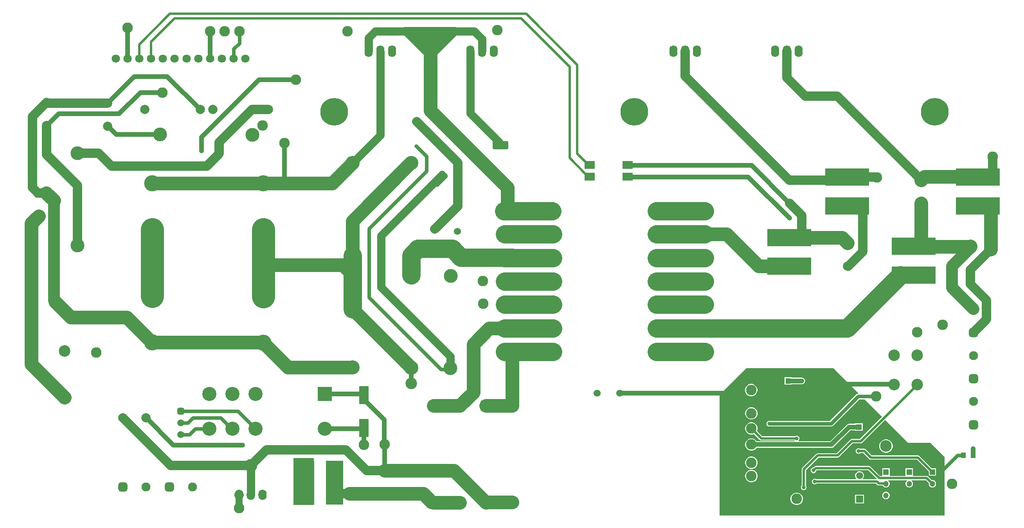
<source format=gbr>
%TF.GenerationSoftware,Altium Limited,Altium Designer,24.3.1 (35)*%
G04 Layer_Physical_Order=1*
G04 Layer_Color=255*
%FSLAX43Y43*%
%MOMM*%
%TF.SameCoordinates,76E1361F-AA3B-45A8-A24B-41510BF92E79*%
%TF.FilePolarity,Positive*%
%TF.FileFunction,Copper,L1,Top,Signal*%
%TF.Part,Single*%
G01*
G75*
%TA.AperFunction,SMDPad,CuDef*%
%ADD10R,1.100X1.200*%
%ADD11R,9.500X3.750*%
%ADD12R,3.750X9.500*%
%ADD13R,2.000X4.000*%
%ADD14R,2.200X1.700*%
%TA.AperFunction,Conductor*%
%ADD15C,4.000*%
%ADD16C,3.000*%
%ADD17C,5.000*%
%ADD18C,0.800*%
%ADD19C,2.000*%
%ADD20C,2.500*%
%ADD21C,1.000*%
%ADD22C,0.500*%
%ADD23C,1.800*%
%ADD24C,1.500*%
%TA.AperFunction,NonConductor*%
%ADD25C,4.000*%
%TA.AperFunction,Conductor*%
%ADD26C,0.400*%
%ADD27R,4.457X10.132*%
%TA.AperFunction,ComponentPad*%
%ADD28C,3.048*%
%ADD29C,2.000*%
%ADD30C,2.500*%
%ADD31R,3.048X3.048*%
%ADD32C,1.524*%
%ADD33C,3.000*%
%ADD34C,2.286*%
%ADD35C,3.500*%
%ADD36O,1.750X2.540*%
%ADD37C,2.200*%
%ADD38R,2.200X2.200*%
%ADD39O,5.000X3.000*%
%ADD40C,6.000*%
%ADD41C,1.950*%
G04:AMPARAMS|DCode=42|XSize=1.95mm|YSize=1.95mm|CornerRadius=0.488mm|HoleSize=0mm|Usage=FLASHONLY|Rotation=0.000|XOffset=0mm|YOffset=0mm|HoleType=Round|Shape=RoundedRectangle|*
%AMROUNDEDRECTD42*
21,1,1.950,0.975,0,0,0.0*
21,1,0.975,1.950,0,0,0.0*
1,1,0.975,0.488,-0.488*
1,1,0.975,-0.488,-0.488*
1,1,0.975,-0.488,0.488*
1,1,0.975,0.488,0.488*
%
%ADD42ROUNDEDRECTD42*%
%ADD43O,6.000X3.500*%
G04:AMPARAMS|DCode=44|XSize=1.95mm|YSize=1.95mm|CornerRadius=0.488mm|HoleSize=0mm|Usage=FLASHONLY|Rotation=90.000|XOffset=0mm|YOffset=0mm|HoleType=Round|Shape=RoundedRectangle|*
%AMROUNDEDRECTD44*
21,1,1.950,0.975,0,0,90.0*
21,1,0.975,1.950,0,0,90.0*
1,1,0.975,0.488,0.488*
1,1,0.975,0.488,-0.488*
1,1,0.975,-0.488,-0.488*
1,1,0.975,-0.488,0.488*
%
%ADD44ROUNDEDRECTD44*%
%ADD45O,1.778X2.286*%
%ADD46C,2.794*%
%ADD47C,1.800*%
%ADD48C,1.500*%
G04:AMPARAMS|DCode=49|XSize=1.5mm|YSize=1.5mm|CornerRadius=0.375mm|HoleSize=0mm|Usage=FLASHONLY|Rotation=90.000|XOffset=0mm|YOffset=0mm|HoleType=Round|Shape=RoundedRectangle|*
%AMROUNDEDRECTD49*
21,1,1.500,0.750,0,0,90.0*
21,1,0.750,1.500,0,0,90.0*
1,1,0.750,0.375,0.375*
1,1,0.750,0.375,-0.375*
1,1,0.750,-0.375,-0.375*
1,1,0.750,-0.375,0.375*
%
%ADD49ROUNDEDRECTD49*%
%ADD50R,1.500X1.500*%
%ADD51R,1.200X1.200*%
%ADD52C,1.200*%
%ADD53C,1.250*%
%ADD54R,1.250X1.250*%
%TA.AperFunction,ViaPad*%
%ADD55C,0.800*%
G36*
X94575Y74150D02*
Y73616D01*
X92459Y71500D01*
X92100Y71500D01*
X91050Y72550D01*
Y73000D01*
X93075Y75025D01*
X93700D01*
X94575Y74150D01*
D02*
G37*
G36*
X96475Y104325D02*
X92036Y99886D01*
X89614D01*
X85150Y104350D01*
Y106133D01*
X96475D01*
Y104325D01*
D02*
G37*
G36*
X107725Y81200D02*
Y79884D01*
X107466Y79625D01*
X104571D01*
X104325Y79822D01*
Y81425D01*
X107500Y81425D01*
X107725Y81200D01*
D02*
G37*
G36*
X183450Y26825D02*
X183389Y26706D01*
X183182Y26665D01*
X182984Y26533D01*
X177263Y20812D01*
X164157D01*
X164098Y20801D01*
X164038D01*
X163982Y20778D01*
X163923Y20766D01*
X163873Y20732D01*
X163818Y20709D01*
X163775Y20667D01*
X163725Y20633D01*
X163691Y20583D01*
X163649Y20541D01*
X163626Y20485D01*
X163592Y20435D01*
X163581Y20376D01*
X163557Y20320D01*
Y20260D01*
X163546Y20201D01*
X163557Y20142D01*
Y20081D01*
X163581Y20026D01*
X163592Y19967D01*
X163626Y19916D01*
X163649Y19861D01*
X163691Y19818D01*
X163725Y19768D01*
X163775Y19735D01*
X163818Y19692D01*
X163873Y19669D01*
X163923Y19635D01*
X163982Y19624D01*
X164038Y19601D01*
X164098D01*
X164157Y19589D01*
X177517D01*
X177751Y19635D01*
X177949Y19768D01*
X183669Y25488D01*
X184787D01*
X188576Y21699D01*
X183760Y16884D01*
X182050D01*
X181874Y16849D01*
X181726Y16749D01*
X178760Y13784D01*
X174648D01*
X174473Y13749D01*
X174324Y13649D01*
X171327Y10652D01*
X171227Y10503D01*
X171192Y10328D01*
Y6802D01*
X171143Y6752D01*
X171051Y6532D01*
Y6293D01*
X171143Y6073D01*
X171311Y5904D01*
X171532Y5813D01*
X171771D01*
X171991Y5904D01*
X172160Y6073D01*
X172251Y6293D01*
Y6532D01*
X172160Y6752D01*
X172110Y6802D01*
Y10138D01*
X174838Y12866D01*
X178950D01*
X179126Y12901D01*
X179274Y13001D01*
X182240Y15966D01*
X183950D01*
X184126Y16001D01*
X184274Y16101D01*
X189224Y21051D01*
X194225Y16050D01*
X199025D01*
X202125Y12950D01*
Y333D01*
X153450Y333D01*
Y26472D01*
X159169Y32200D01*
X178075Y32200D01*
X183450Y26825D01*
D02*
G37*
%LPC*%
G36*
X168987Y30275D02*
X167487D01*
Y28675D01*
X168987D01*
Y28769D01*
X171216D01*
X171399Y28793D01*
X171570Y28864D01*
X171716Y28976D01*
X171828Y29122D01*
X171898Y29292D01*
X171923Y29475D01*
X171898Y29658D01*
X171828Y29828D01*
X171716Y29974D01*
X171570Y30086D01*
X171399Y30157D01*
X171216Y30181D01*
X168987D01*
Y30275D01*
D02*
G37*
G36*
X160427Y28817D02*
X160073D01*
X159732Y28726D01*
X159425Y28549D01*
X159175Y28299D01*
X158999Y27992D01*
X158907Y27651D01*
Y27297D01*
X158999Y26956D01*
X159175Y26649D01*
X159425Y26399D01*
X159732Y26223D01*
X160073Y26131D01*
X160427D01*
X160768Y26223D01*
X161075Y26399D01*
X161325Y26649D01*
X161501Y26956D01*
X161593Y27297D01*
Y27651D01*
X161501Y27992D01*
X161325Y28299D01*
X161075Y28549D01*
X160768Y28726D01*
X160427Y28817D01*
D02*
G37*
G36*
X160484Y23794D02*
X160131D01*
X159789Y23702D01*
X159483Y23525D01*
X159233Y23275D01*
X159056Y22969D01*
X158964Y22627D01*
Y22274D01*
X159056Y21932D01*
X159233Y21626D01*
X159483Y21376D01*
X159789Y21199D01*
X160131Y21108D01*
X160484D01*
X160826Y21199D01*
X161132Y21376D01*
X161382Y21626D01*
X161559Y21932D01*
X161650Y22274D01*
Y22627D01*
X161559Y22969D01*
X161382Y23275D01*
X161132Y23525D01*
X160826Y23702D01*
X160484Y23794D01*
D02*
G37*
G36*
Y20519D02*
X160131D01*
X159789Y20427D01*
X159483Y20250D01*
X159233Y20000D01*
X159056Y19694D01*
X158964Y19353D01*
Y18999D01*
X159056Y18657D01*
X159233Y18351D01*
X159483Y18101D01*
X159789Y17924D01*
X160131Y17833D01*
X160484D01*
X160826Y17924D01*
X160879Y17955D01*
X162134Y16701D01*
X162283Y16601D01*
X162458Y16566D01*
X169671D01*
X169697Y16549D01*
X169716Y16522D01*
X169650Y16395D01*
X161451D01*
X161382Y16513D01*
X161132Y16763D01*
X160826Y16940D01*
X160484Y17031D01*
X160131D01*
X159789Y16940D01*
X159483Y16763D01*
X159233Y16513D01*
X159056Y16207D01*
X158964Y15865D01*
Y15512D01*
X159056Y15170D01*
X159233Y14864D01*
X159483Y14614D01*
X159789Y14437D01*
X160131Y14345D01*
X160484D01*
X160826Y14437D01*
X161132Y14614D01*
X161382Y14864D01*
X161451Y14982D01*
X177663D01*
X177846Y15007D01*
X178017Y15077D01*
X178163Y15189D01*
X181742Y18769D01*
X182750D01*
Y18650D01*
X184400D01*
Y20300D01*
X182750D01*
Y20181D01*
X181450D01*
X181267Y20157D01*
X181097Y20086D01*
X180951Y19974D01*
X177371Y16395D01*
X170503D01*
X170472Y16495D01*
X170470Y16522D01*
X170634Y16685D01*
X170725Y16906D01*
Y17144D01*
X170634Y17365D01*
X170465Y17534D01*
X170244Y17625D01*
X170006D01*
X169785Y17534D01*
X169735Y17484D01*
X162648D01*
X161528Y18604D01*
X161559Y18657D01*
X161650Y18999D01*
Y19353D01*
X161559Y19694D01*
X161382Y20000D01*
X161132Y20250D01*
X160826Y20427D01*
X160484Y20519D01*
D02*
G37*
G36*
X189630Y16800D02*
X189248D01*
X188879Y16701D01*
X188549Y16510D01*
X188279Y16240D01*
X188088Y15910D01*
X187989Y15541D01*
Y15159D01*
X188088Y14790D01*
X188279Y14460D01*
X188549Y14190D01*
X188879Y13999D01*
X189248Y13900D01*
X189630D01*
X189999Y13999D01*
X190329Y14190D01*
X190599Y14460D01*
X190790Y14790D01*
X190889Y15159D01*
Y15541D01*
X190790Y15910D01*
X190599Y16240D01*
X190329Y16510D01*
X189999Y16701D01*
X189630Y16800D01*
D02*
G37*
G36*
X160484Y13092D02*
X160131D01*
X159789Y13001D01*
X159483Y12824D01*
X159233Y12574D01*
X159056Y12268D01*
X158964Y11926D01*
Y11572D01*
X159056Y11231D01*
X159233Y10925D01*
X159483Y10674D01*
X159789Y10498D01*
X160131Y10406D01*
X160484D01*
X160826Y10498D01*
X161132Y10674D01*
X161382Y10925D01*
X161559Y11231D01*
X161650Y11572D01*
Y11926D01*
X161559Y12268D01*
X161382Y12574D01*
X161132Y12824D01*
X160826Y13001D01*
X160484Y13092D01*
D02*
G37*
G36*
X183594Y14900D02*
X183356D01*
X183135Y14809D01*
X182966Y14640D01*
X182875Y14419D01*
Y14181D01*
X182966Y13960D01*
X183135Y13791D01*
X183356Y13700D01*
X183594D01*
X183815Y13791D01*
X183865Y13841D01*
X184535D01*
X185826Y12551D01*
X185974Y12451D01*
X186150Y12416D01*
X196157D01*
X198682Y9891D01*
Y8940D01*
X200282D01*
Y10540D01*
X199331D01*
X196671Y13199D01*
X196522Y13299D01*
X196347Y13334D01*
X186340D01*
X185049Y14624D01*
X184901Y14724D01*
X184725Y14759D01*
X183865D01*
X183815Y14809D01*
X183594Y14900D01*
D02*
G37*
G36*
X185786Y11064D02*
X174262D01*
X174086Y11029D01*
X173937Y10929D01*
X173709Y10701D01*
X173638D01*
X173418Y10609D01*
X173249Y10441D01*
X173157Y10220D01*
Y9981D01*
X173249Y9761D01*
X173418Y9592D01*
X173638Y9501D01*
X173877D01*
X174097Y9592D01*
X174266Y9761D01*
X174357Y9981D01*
Y10052D01*
X174452Y10146D01*
X185596D01*
X187461Y8281D01*
X187440Y8210D01*
X187404Y8159D01*
X184417D01*
X184364Y8286D01*
X184460Y8382D01*
X184585Y8598D01*
X184650Y8840D01*
Y9090D01*
X184585Y9332D01*
X184460Y9548D01*
X184283Y9725D01*
X184067Y9850D01*
X183825Y9915D01*
X183575D01*
X183333Y9850D01*
X183117Y9725D01*
X182940Y9548D01*
X182815Y9332D01*
X182750Y9090D01*
Y8840D01*
X182815Y8598D01*
X182940Y8382D01*
X183036Y8286D01*
X182983Y8159D01*
X174427D01*
X174377Y8209D01*
X174157Y8300D01*
X173918D01*
X173698Y8209D01*
X173529Y8040D01*
X173437Y7819D01*
Y7581D01*
X173529Y7360D01*
X173698Y7191D01*
X173918Y7100D01*
X174157D01*
X174377Y7191D01*
X174427Y7241D01*
X187235D01*
X187526Y6951D01*
X187675Y6851D01*
X187850Y6816D01*
X188725D01*
X188787Y6709D01*
X188935Y6560D01*
X189118Y6455D01*
X189321Y6400D01*
X189532D01*
X189735Y6455D01*
X189918Y6560D01*
X190067Y6709D01*
X190172Y6891D01*
X190227Y7095D01*
Y7305D01*
X190172Y7509D01*
X190067Y7691D01*
X189918Y7840D01*
X189903Y7849D01*
X189937Y7976D01*
X193957D01*
X193991Y7849D01*
X193975Y7840D01*
X193827Y7691D01*
X193721Y7509D01*
X193667Y7305D01*
Y7095D01*
X193721Y6891D01*
X193827Y6709D01*
X193975Y6560D01*
X194158Y6455D01*
X194361Y6400D01*
X194572D01*
X194775Y6455D01*
X194958Y6560D01*
X195107Y6709D01*
X195212Y6891D01*
X195267Y7095D01*
Y7305D01*
X195212Y7509D01*
X195107Y7691D01*
X194958Y7840D01*
X194943Y7849D01*
X194977Y7976D01*
X198057D01*
X198691Y7341D01*
X198682Y7305D01*
Y7095D01*
X198736Y6891D01*
X198842Y6709D01*
X198990Y6560D01*
X199173Y6455D01*
X199376Y6400D01*
X199587D01*
X199790Y6455D01*
X199973Y6560D01*
X200122Y6709D01*
X200227Y6891D01*
X200282Y7095D01*
Y7305D01*
X200227Y7509D01*
X200122Y7691D01*
X199973Y7840D01*
X199790Y7945D01*
X199587Y8000D01*
X199376D01*
X199340Y7990D01*
X198571Y8759D01*
X198423Y8859D01*
X198247Y8893D01*
X195374D01*
X195267Y8940D01*
X195267Y9020D01*
Y10540D01*
X193667D01*
Y9020D01*
X193667Y8940D01*
X193559Y8893D01*
X190334D01*
X190227Y8940D01*
X190227Y9020D01*
Y10540D01*
X188627D01*
Y9020D01*
X188627Y8940D01*
X188519Y8893D01*
X188146D01*
X186110Y10929D01*
X185962Y11029D01*
X185786Y11064D01*
D02*
G37*
G36*
X160484Y10227D02*
X160131D01*
X159789Y10135D01*
X159483Y9958D01*
X159233Y9708D01*
X159056Y9402D01*
X158964Y9060D01*
Y8707D01*
X159056Y8365D01*
X159233Y8059D01*
X159483Y7809D01*
X159789Y7632D01*
X160131Y7541D01*
X160484D01*
X160826Y7632D01*
X161132Y7809D01*
X161382Y8059D01*
X161559Y8365D01*
X161650Y8707D01*
Y9060D01*
X161559Y9402D01*
X161382Y9708D01*
X161132Y9958D01*
X160826Y10135D01*
X160484Y10227D01*
D02*
G37*
G36*
X189532Y5460D02*
X189321D01*
X189118Y5405D01*
X188935Y5300D01*
X188787Y5151D01*
X188681Y4969D01*
X188627Y4765D01*
Y4555D01*
X188681Y4351D01*
X188787Y4169D01*
X188935Y4020D01*
X189118Y3915D01*
X189321Y3860D01*
X189532D01*
X189735Y3915D01*
X189918Y4020D01*
X190067Y4169D01*
X190172Y4351D01*
X190227Y4555D01*
Y4765D01*
X190172Y4969D01*
X190067Y5151D01*
X189918Y5300D01*
X189735Y5405D01*
X189532Y5460D01*
D02*
G37*
G36*
X184650Y4835D02*
X182750D01*
Y2935D01*
X184650D01*
Y4835D01*
D02*
G37*
G36*
X170270Y5269D02*
X169917D01*
X169575Y5177D01*
X169269Y5000D01*
X169019Y4750D01*
X168842Y4444D01*
X168750Y4102D01*
Y3749D01*
X168842Y3407D01*
X169019Y3101D01*
X169269Y2851D01*
X169575Y2674D01*
X169917Y2583D01*
X170270D01*
X170612Y2674D01*
X170918Y2851D01*
X171168Y3101D01*
X171345Y3407D01*
X171436Y3749D01*
Y4102D01*
X171345Y4444D01*
X171168Y4750D01*
X170918Y5000D01*
X170612Y5177D01*
X170270Y5269D01*
D02*
G37*
%LPD*%
D10*
X168237Y29475D02*
D03*
X166137D02*
D03*
X206150Y13375D02*
D03*
X208250D02*
D03*
D11*
X209275Y67375D02*
D03*
Y73625D02*
D03*
X181000D02*
D03*
Y67375D02*
D03*
X168500Y60550D02*
D03*
Y54300D02*
D03*
X195450Y52425D02*
D03*
Y58675D02*
D03*
D12*
X70099Y7400D02*
D03*
X63849D02*
D03*
D13*
X76475Y26425D02*
D03*
Y19325D02*
D03*
D14*
X125300Y73705D02*
D03*
Y76245D02*
D03*
X133500D02*
D03*
Y73705D02*
D03*
D15*
X74025Y44996D02*
Y52441D01*
Y52491D02*
Y56592D01*
X148834Y40838D02*
X150214D01*
X141214D02*
X148834D01*
X139817D02*
X141214D01*
X150214D02*
X181013D01*
X183225Y43050D01*
Y43075D02*
X192575Y52425D01*
X108575Y66238D02*
X115941D01*
X107198D02*
X108575D01*
X86667Y56617D02*
X88154Y58104D01*
X95553D02*
X97452Y56205D01*
X88154Y58104D02*
X95553D01*
X108575Y56078D02*
X115941D01*
X106924D02*
X108575D01*
X97452Y56205D02*
X108575D01*
X86725Y52362D02*
Y56442D01*
X108575Y40838D02*
X115941D01*
X106924D02*
X108575D01*
X107198Y35758D02*
X108575D01*
X115941D01*
X148834Y66238D02*
X149678D01*
X150214D01*
X139817D02*
X141214D01*
X148834D01*
Y61244D02*
X150214D01*
X141214D02*
X148834D01*
X139817D02*
X141214D01*
X148834Y35758D02*
X150214D01*
X141214D02*
X148834D01*
X139817D02*
X141214D01*
X148834Y56078D02*
X150214D01*
X141214D02*
X148834D01*
X139817D02*
X141214D01*
X115941Y35758D02*
X117321D01*
X106924D02*
X107198D01*
X115941Y40838D02*
X117321D01*
X106924Y46045D02*
X108575D01*
X115941D01*
X106924Y50998D02*
X108575D01*
X115941D01*
Y46045D02*
X117321D01*
X106797Y66238D02*
X107198D01*
X115941Y50998D02*
X117321D01*
X115941Y56078D02*
X117321D01*
X115941Y66238D02*
X117194D01*
D16*
X74025Y44996D02*
X86725Y32296D01*
X54700Y54550D02*
X71916D01*
X73017Y53450D01*
X74000Y52466D02*
Y54433D01*
X97186Y24070D02*
X100125Y27009D01*
Y37400D02*
X103563Y40838D01*
X100125Y27009D02*
Y37400D01*
X103563Y40838D02*
X106924D01*
X107525Y66966D02*
Y71375D01*
X106797Y66238D02*
X107525Y66966D01*
X90825Y88075D02*
Y103875D01*
Y88075D02*
X107525Y71375D01*
X212075Y57950D02*
Y67000D01*
X209275Y67375D02*
X211700D01*
X212075Y67000D01*
X197025Y73000D02*
X197025D01*
X197750Y73725D02*
X209175D01*
X197025Y73000D02*
X197750Y73725D01*
X197025Y58550D02*
X207607D01*
X195575D02*
X197025D01*
X207700Y58643D02*
X207700Y58643D01*
Y58550D02*
Y58643D01*
X4497Y33114D02*
Y46825D01*
Y33114D02*
X11686Y25925D01*
X73325Y5050D02*
X89325D01*
X91145Y3230D01*
X91536Y3130D02*
X97186D01*
X7750Y70200D02*
X9425Y68525D01*
X168500Y60550D02*
X179925D01*
X25175Y43275D02*
X30600Y37850D01*
X13025Y43275D02*
X25175D01*
X4497Y52474D02*
Y63622D01*
X30554Y72204D02*
X30650Y72300D01*
X4497Y46825D02*
Y52474D01*
X9675Y46625D02*
X13025Y43275D01*
X4497Y63622D02*
X6075Y65200D01*
X197025Y59550D02*
Y68000D01*
X148834Y40838D02*
X150214D01*
X183225Y43050D02*
Y43075D01*
X192575Y52425D02*
X195450D01*
X179925Y60550D02*
X181125Y59350D01*
X150214Y61244D02*
X154981D01*
X161925Y54300D02*
X168500D01*
X154981Y61244D02*
X161925Y54300D01*
X58825Y72300D02*
X69617D01*
X54700D02*
X58825D01*
X80925Y10050D02*
X95955D01*
X102850Y3155D01*
X102863Y3168D02*
X108537D01*
X69617Y72300D02*
X74000Y76683D01*
X108550Y24120D02*
Y35860D01*
X54700Y62300D02*
X54700Y62300D01*
X102863Y24108D02*
X108537D01*
X91536Y24070D02*
X97186D01*
X74000Y64100D02*
X86574Y76674D01*
X74000Y56617D02*
Y64100D01*
X54700Y37725D02*
X60025Y32400D01*
X74000D01*
X54835Y47725D02*
X55085Y47475D01*
X54700Y47725D02*
X54835D01*
X55085Y47475D02*
X55157D01*
X30712Y37787D02*
X54638D01*
X30650Y72300D02*
X54700D01*
X30650Y72300D02*
X30650Y72300D01*
X54700D02*
X54700Y72300D01*
D17*
X54700Y47725D02*
Y54550D01*
Y62300D01*
X30650Y47850D02*
Y62300D01*
D18*
X77575Y62475D02*
X89975Y74875D01*
X77575Y47550D02*
Y62475D01*
Y47550D02*
X93100Y32025D01*
X89975Y74875D02*
Y78150D01*
X201425Y6603D02*
Y9928D01*
X204872Y13375D01*
X206150D01*
X199482Y4660D02*
X201425Y6603D01*
X164157Y20201D02*
X177517D01*
X183416Y26100D02*
X187275D01*
X177517Y20201D02*
X183416Y26100D01*
X87800Y80325D02*
X89975Y78150D01*
X183700Y6425D02*
X185136D01*
X188426Y3135D01*
X193060D01*
X194267Y4352D02*
X194467Y4552D01*
X194496Y4631D02*
X199452D01*
X193060Y3135D02*
X194267Y4342D01*
X194467Y4552D02*
Y4660D01*
X194267Y4342D02*
Y4352D01*
X47825Y19150D02*
X47975D01*
X39475Y21475D02*
X45500D01*
X47825Y19150D01*
X36850Y20375D02*
X38375D01*
X39475Y21475D01*
X49210Y22915D02*
X52975Y19150D01*
X36850Y22915D02*
X49210D01*
X38660Y17835D02*
X39975Y19150D01*
X36850Y17835D02*
X38660D01*
X39975Y19150D02*
X42975D01*
X93100Y32025D02*
X94998D01*
X48251Y99275D02*
Y101376D01*
X49500Y102625D02*
Y105200D01*
X48251Y101376D02*
X49500Y102625D01*
D19*
X96757Y67316D02*
Y76743D01*
X87850Y85650D02*
X96757Y76743D01*
X42471Y76050D02*
X45131Y78710D01*
X19075Y78800D02*
X21825Y76050D01*
X42471D01*
X45131Y78710D02*
Y81181D01*
X49344Y85394D02*
X49381D01*
X52237Y88250D02*
X55791D01*
X49381Y85394D02*
X52237Y88250D01*
X45131Y81181D02*
X49344Y85394D01*
X181275Y54350D02*
X184375Y57450D01*
X207700Y53575D02*
X212075Y57950D01*
X207700Y50450D02*
Y53575D01*
X207607Y58550D02*
X207700Y58643D01*
X195450Y58675D02*
X196325Y59550D01*
X197125Y60350D01*
X91145Y3230D02*
X91436D01*
X70974Y5050D02*
X73325D01*
X91436Y3230D02*
X91536Y3130D01*
X34625Y11125D02*
X52000D01*
X24275Y21475D02*
X34625Y11125D01*
X171175Y61425D02*
Y65375D01*
X170300Y60550D02*
X171175Y61425D01*
X168550Y68000D02*
X171175Y65375D01*
X7775Y78500D02*
X14450Y71825D01*
Y58825D02*
Y71825D01*
X14650Y78800D02*
X19075D01*
X6075Y70200D02*
X7750D01*
X209275Y73625D02*
X211675D01*
X212550Y74500D02*
Y78076D01*
X211675Y73625D02*
X212550Y74500D01*
X181000Y73625D02*
X181025Y73600D01*
X187425D02*
X187450Y73575D01*
X181025Y73600D02*
X187425D01*
X146000Y95450D02*
X168500Y72950D01*
X168600D02*
X180325D01*
X211200Y42800D02*
Y46950D01*
X207700Y50450D02*
X211200Y46950D01*
X208350Y39950D02*
X211200Y42800D01*
X181000Y67375D02*
X183500D01*
X184375Y57450D02*
Y66500D01*
X183500Y67375D02*
X184375Y66500D01*
X178875Y91200D02*
X197025Y73050D01*
X171925Y91200D02*
X178875D01*
X197025Y73000D02*
Y73050D01*
X168000Y95125D02*
X171925Y91200D01*
X168000Y95125D02*
Y100900D01*
X146000Y95450D02*
Y100900D01*
X168550Y73000D02*
X168600Y72950D01*
X180325D02*
X181000Y73625D01*
X4725Y71375D02*
X5875Y70225D01*
X4725Y71375D02*
Y86725D01*
X7775Y89775D01*
X5875Y70225D02*
X5975D01*
X91825Y62384D02*
X96757Y67316D01*
X7775Y78500D02*
Y84681D01*
X49425Y1925D02*
X49443Y1942D01*
Y4758D02*
X49460Y4775D01*
X55367Y14542D02*
X72583D01*
X52000Y11175D02*
X55367Y14542D01*
X70099Y5925D02*
X70974Y5050D01*
X70099Y5925D02*
Y7400D01*
X72583Y14542D02*
X77075Y10050D01*
X80925D01*
X148834Y56078D02*
X149121Y56365D01*
X7900Y89650D02*
X20775D01*
D20*
X203675Y54300D02*
X207700Y58325D01*
X203675Y49675D02*
Y54300D01*
Y49675D02*
X208350Y45000D01*
X9425Y46847D02*
Y68525D01*
D21*
X20775Y89650D02*
X20975Y89850D01*
X21175D01*
X7875Y84775D02*
X10425Y87325D01*
X23482D01*
X7775Y84681D02*
Y84775D01*
X35260Y15600D02*
X50175D01*
X29385Y21475D02*
X35260Y15600D01*
X76250Y26650D02*
X76475Y26425D01*
X67975Y26650D02*
X76250D01*
X76450Y19300D02*
X76475Y19325D01*
X76300Y19150D02*
X76450Y19300D01*
X67975Y19150D02*
X76300D01*
X47775Y26650D02*
X47975D01*
X172907Y27450D02*
X174182Y28725D01*
X166619Y27450D02*
X172907D01*
X174182Y28725D02*
X191123D01*
X157400Y29450D02*
X163250D01*
X166087Y29425D02*
X166137Y29475D01*
X166033Y28036D02*
X166619Y27450D01*
X166033Y28929D02*
X166087Y28982D01*
X166033Y28036D02*
Y28929D01*
X166087Y28982D02*
Y29425D01*
X163250Y29450D02*
X166124D01*
Y29438D02*
Y29450D01*
X154750Y26800D02*
X157400Y29450D01*
X131850Y26800D02*
X154750D01*
X168237Y29475D02*
X171216D01*
X168550Y64725D02*
Y64725D01*
X132980Y73675D02*
X159600D01*
X168550Y64725D01*
X133045Y76150D02*
X160350D01*
X168500Y68000D01*
X132950Y73705D02*
X132980Y73675D01*
X160307Y15688D02*
X177663D01*
X181450Y19475D02*
X183575D01*
X177663Y15688D02*
X181450Y19475D01*
X208275Y14775D02*
X208275Y14775D01*
Y13425D02*
X208325Y13375D01*
X208275Y13425D02*
Y14775D01*
X41300Y79275D02*
Y82243D01*
X53757Y94700D01*
X61700D01*
X29350Y95422D02*
X33869D01*
X26747D02*
X29350D01*
X58825Y72300D02*
X59291Y72766D01*
Y81025D01*
X29275Y21475D02*
X29385D01*
X76450Y15650D02*
Y19300D01*
X76425Y15625D02*
X76450Y15650D01*
X80900Y15750D02*
Y21025D01*
X77000Y24925D02*
X80900Y21025D01*
X80925Y10050D02*
Y15725D01*
X76475Y25425D02*
Y26425D01*
X76975Y24925D02*
X77000D01*
X76475Y25425D02*
X76975Y24925D01*
X108537Y3168D02*
X108550Y3180D01*
X102850Y3155D02*
X102863Y3168D01*
X21175Y89850D02*
X26747Y95422D01*
X33869D02*
X41041Y88250D01*
X86700Y28925D02*
Y32271D01*
X43186Y99289D02*
Y105186D01*
X43171Y99275D02*
X43186Y99289D01*
Y105186D02*
X43200Y105200D01*
X25325Y99299D02*
Y105975D01*
X7775Y89775D02*
X7900Y89650D01*
X21061Y84650D02*
X22861Y82850D01*
X32091D01*
X23482Y87325D02*
X28107Y91950D01*
X32875D01*
X32091Y82850D02*
X32316Y82625D01*
D22*
X124700Y74305D02*
X125300Y73705D01*
X124420Y74305D02*
X124700D01*
X120975Y77750D02*
Y97500D01*
Y77750D02*
X124420Y74305D01*
X124450Y76845D02*
X125050Y76245D01*
X122625Y78700D02*
X124450Y76875D01*
X122625Y78700D02*
Y97975D01*
X125050Y76245D02*
X125300D01*
X124450Y76845D02*
Y76875D01*
X171651Y6413D02*
Y10328D01*
X174648Y13325D02*
X178950D01*
X171651Y10328D02*
X174648Y13325D01*
X183950Y16425D02*
X196150Y28625D01*
X178950Y13325D02*
X182050Y16425D01*
X183950D01*
X196150Y28625D02*
Y28698D01*
X132950Y76245D02*
X133045Y76150D01*
X183475Y14300D02*
X184725D01*
X186150Y12875D01*
X196347D01*
X199482Y9740D01*
X162458Y17025D02*
X170125D01*
X160307Y19176D02*
X162458Y17025D01*
X185786Y10605D02*
X187956Y8435D01*
X198247D01*
X199482Y7200D01*
X173757Y10101D02*
X174262Y10605D01*
X185786D01*
X174037Y7700D02*
X187425D01*
X187850Y7275D01*
X189352D01*
X189427Y7200D01*
X30381Y102906D02*
X35475Y108000D01*
X110475D02*
X120975Y97500D01*
X35475Y108000D02*
X110475D01*
X27841Y102341D02*
X34500Y109000D01*
X111600D01*
X122625Y97975D01*
X27841Y99275D02*
Y102341D01*
X30381Y99275D02*
Y102906D01*
X94998Y32025D02*
X95207Y32234D01*
D23*
X105398Y81502D02*
X105791Y81109D01*
X99460Y87440D02*
X105398Y81502D01*
X105791Y81109D02*
X106197Y80703D01*
X80225Y60925D02*
X92325Y73025D01*
X99460Y87440D02*
Y100900D01*
X92325Y73025D02*
X92603D01*
X80225Y49725D02*
Y60925D01*
X52000Y4775D02*
Y11125D01*
X90825Y105250D02*
X100300D01*
X78911D02*
X90825D01*
X100300D02*
X102000Y103550D01*
X77460Y103799D02*
X78911Y105250D01*
X77460Y100900D02*
Y103799D01*
X102000Y100900D02*
Y103550D01*
X80225Y49725D02*
X95207Y34743D01*
X74000Y76683D02*
X80000Y82683D01*
Y100900D01*
X95207Y32234D02*
Y34743D01*
D24*
X49443Y1942D02*
Y4758D01*
D25*
X149050Y46004D02*
X150214D01*
X148834D02*
X149050D01*
X141214D02*
X148834D01*
X139817D02*
X141214D01*
X148834D02*
X149050D01*
X147953Y50998D02*
X150214D01*
X139817D02*
X147953D01*
X106924Y61285D02*
X117321D01*
D26*
X30650Y37850D02*
X30712Y37787D01*
X54638D02*
X54700Y37725D01*
D27*
X63446Y7716D02*
D03*
D28*
X74000Y56617D02*
D03*
Y76683D02*
D03*
X67975Y19150D02*
D03*
X52975Y26650D02*
D03*
X47975D02*
D03*
X42975D02*
D03*
Y19150D02*
D03*
X47975D02*
D03*
X52975D02*
D03*
X86667Y56617D02*
D03*
Y76683D02*
D03*
X74000Y52466D02*
D03*
Y32400D02*
D03*
X86725Y32296D02*
D03*
Y52362D02*
D03*
D29*
X80925Y5050D02*
D03*
Y10050D02*
D03*
X181125Y59350D02*
D03*
Y54350D02*
D03*
X168550Y73000D02*
D03*
Y68000D02*
D03*
X24275Y21475D02*
D03*
X29275D02*
D03*
X207700Y53550D02*
D03*
Y58550D02*
D03*
X197025Y68000D02*
D03*
Y73000D02*
D03*
X20975Y89650D02*
D03*
Y84650D02*
D03*
X7775Y84775D02*
D03*
Y89775D02*
D03*
X29041Y88250D02*
D03*
X41041D02*
D03*
X43791D02*
D03*
X55791D02*
D03*
D30*
X11725Y25925D02*
D03*
Y35925D02*
D03*
X86700Y28925D02*
D03*
X189439Y15350D02*
D03*
X196150Y28698D02*
D03*
X191150D02*
D03*
Y35048D02*
D03*
X196150D02*
D03*
D31*
X67975Y26650D02*
D03*
D32*
X4475Y52474D02*
D03*
X9425D02*
D03*
X4497Y46825D02*
D03*
X9447D02*
D03*
X96700Y56900D02*
D03*
Y61850D02*
D03*
X126900Y26800D02*
D03*
X131850D02*
D03*
D33*
X14500Y78800D02*
D03*
X14450Y58825D02*
D03*
X95257Y52209D02*
D03*
X95207Y32234D02*
D03*
X32350Y82875D02*
D03*
X52325Y82825D02*
D03*
D34*
X49500Y105200D02*
D03*
X187450Y73575D02*
D03*
X76425Y15625D02*
D03*
X212550Y78076D02*
D03*
X201675Y41625D02*
D03*
X49425Y1925D02*
D03*
X72875Y105250D02*
D03*
X32875Y91950D02*
D03*
X54517Y84801D02*
D03*
X18550Y35650D02*
D03*
X61700Y94700D02*
D03*
X59291Y81025D02*
D03*
X43200Y105200D02*
D03*
X173450Y5660D02*
D03*
X80925Y15725D02*
D03*
X25350Y105950D02*
D03*
X46347Y105200D02*
D03*
X102275Y46175D02*
D03*
X102225Y51125D02*
D03*
X160307Y22451D02*
D03*
Y8884D02*
D03*
X187275Y26100D02*
D03*
X105300Y105500D02*
D03*
X170093Y3926D02*
D03*
X160307Y11749D02*
D03*
X196150Y40000D02*
D03*
X160250Y27474D02*
D03*
X160307Y19176D02*
D03*
Y15688D02*
D03*
X203705Y7188D02*
D03*
D35*
X54700Y72300D02*
D03*
Y62300D02*
D03*
X30650Y37850D02*
D03*
Y47850D02*
D03*
Y62300D02*
D03*
Y72300D02*
D03*
X54700Y47725D02*
D03*
Y37725D02*
D03*
D36*
X165460Y100900D02*
D03*
X168000D02*
D03*
X170540D02*
D03*
X143460D02*
D03*
X146000D02*
D03*
X148540D02*
D03*
X99460D02*
D03*
X102000D02*
D03*
X104540D02*
D03*
X77460D02*
D03*
X80000D02*
D03*
X82540D02*
D03*
D37*
X102850Y3155D02*
D03*
X108550Y3180D02*
D03*
X91536Y24070D02*
D03*
X97186D02*
D03*
D38*
X102850Y24095D02*
D03*
X108550Y24120D02*
D03*
X91536Y3130D02*
D03*
X97186D02*
D03*
D39*
X141214Y66238D02*
D03*
Y40838D02*
D03*
Y46004D02*
D03*
Y50998D02*
D03*
Y56078D02*
D03*
Y61244D02*
D03*
X115941Y35758D02*
D03*
Y40838D02*
D03*
Y46004D02*
D03*
Y50998D02*
D03*
Y56078D02*
D03*
Y61244D02*
D03*
Y66238D02*
D03*
X141214Y35758D02*
D03*
D40*
X200000Y87800D02*
D03*
X70000D02*
D03*
X135000D02*
D03*
D41*
X39350Y6500D02*
D03*
X208350Y44950D02*
D03*
X29300Y6500D02*
D03*
X6075Y65200D02*
D03*
X208350Y25000D02*
D03*
Y34975D02*
D03*
D42*
X34350Y6500D02*
D03*
X24300D02*
D03*
D43*
X148834Y40838D02*
D03*
Y46004D02*
D03*
Y50998D02*
D03*
Y56078D02*
D03*
Y61244D02*
D03*
Y66238D02*
D03*
Y35758D02*
D03*
X108575Y40965D02*
D03*
Y46131D02*
D03*
Y51125D02*
D03*
Y56205D02*
D03*
Y61371D02*
D03*
Y66365D02*
D03*
Y35885D02*
D03*
D44*
X208350Y39950D02*
D03*
X6075Y70200D02*
D03*
X208350Y20000D02*
D03*
Y29975D02*
D03*
D45*
X49460Y4775D02*
D03*
X52000D02*
D03*
X54540D02*
D03*
D46*
X52000Y11125D02*
D03*
D47*
X40631Y99275D02*
D03*
X50791D02*
D03*
X30381D02*
D03*
X32921D02*
D03*
X35461D02*
D03*
X38091D02*
D03*
X25301D02*
D03*
X43171D02*
D03*
X45711D02*
D03*
X48251D02*
D03*
X22761D02*
D03*
X27841D02*
D03*
D48*
X36850Y17835D02*
D03*
Y20375D02*
D03*
X183700Y8965D02*
D03*
Y6425D02*
D03*
D49*
X36850Y22915D02*
D03*
D50*
X183700Y3885D02*
D03*
D51*
X194467Y9740D02*
D03*
X199482D02*
D03*
X189427D02*
D03*
D52*
X194467Y7200D02*
D03*
Y4660D02*
D03*
X199482Y7200D02*
D03*
Y4660D02*
D03*
X189427Y7200D02*
D03*
Y4660D02*
D03*
D53*
X183575Y12375D02*
D03*
D54*
Y19475D02*
D03*
D55*
X87850Y85650D02*
D03*
X50175Y15600D02*
D03*
X171216Y29475D02*
D03*
X163250Y29450D02*
D03*
X168550Y64725D02*
D03*
X183475Y14300D02*
D03*
X170125Y17025D02*
D03*
X174037Y7700D02*
D03*
X87800Y80325D02*
D03*
X208275Y14775D02*
D03*
X171651Y6413D02*
D03*
X91825Y62325D02*
D03*
X105596Y80102D02*
D03*
X104788Y80106D02*
D03*
X104803Y80906D02*
D03*
X105588D02*
D03*
X93974Y73919D02*
D03*
X93402Y73343D02*
D03*
Y74493D02*
D03*
X92846Y73919D02*
D03*
X91725Y72775D02*
D03*
X92282Y73350D02*
D03*
Y72200D02*
D03*
X92853Y72775D02*
D03*
X107190Y80904D02*
D03*
X106405D02*
D03*
X106390Y80104D02*
D03*
X41300Y79275D02*
D03*
X73325Y5100D02*
D03*
X61650Y9650D02*
D03*
X61625Y10550D02*
D03*
Y11525D02*
D03*
Y12375D02*
D03*
X29350Y95422D02*
D03*
X107198Y80100D02*
D03*
X173757Y10101D02*
D03*
X164157Y20201D02*
D03*
%TF.MD5,624b7c85211bca17515b8ab4fbacc938*%
M02*

</source>
